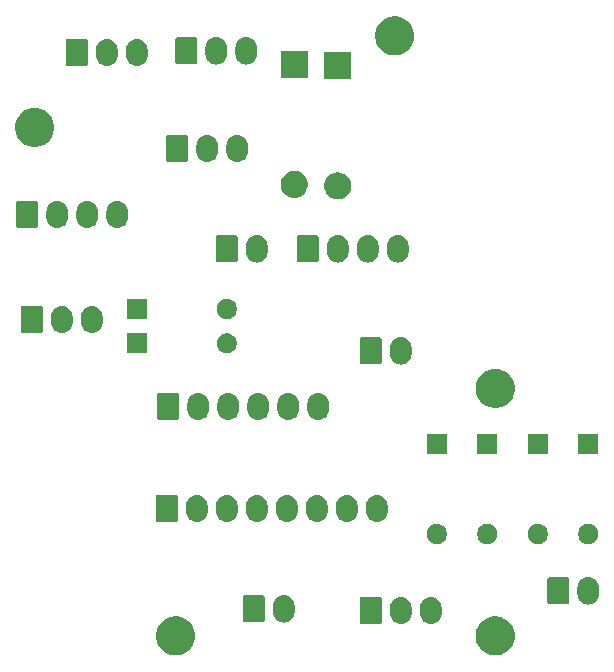
<source format=gbr>
G04 #@! TF.GenerationSoftware,KiCad,Pcbnew,(5.1.5-0-10_14)*
G04 #@! TF.CreationDate,2021-04-18T14:26:12+10:00*
G04 #@! TF.ProjectId,OH - Right Console - 2- Environmental Control System Panel,4f48202d-2052-4696-9768-7420436f6e73,rev?*
G04 #@! TF.SameCoordinates,Original*
G04 #@! TF.FileFunction,Soldermask,Bot*
G04 #@! TF.FilePolarity,Negative*
%FSLAX46Y46*%
G04 Gerber Fmt 4.6, Leading zero omitted, Abs format (unit mm)*
G04 Created by KiCad (PCBNEW (5.1.5-0-10_14)) date 2021-04-18 14:26:12*
%MOMM*%
%LPD*%
G04 APERTURE LIST*
%ADD10C,0.100000*%
G04 APERTURE END LIST*
D10*
G36*
X118231256Y-146981298D02*
G01*
X118337579Y-147002447D01*
X118638042Y-147126903D01*
X118908451Y-147307585D01*
X119138415Y-147537549D01*
X119319097Y-147807958D01*
X119443553Y-148108421D01*
X119507000Y-148427391D01*
X119507000Y-148752609D01*
X119443553Y-149071579D01*
X119319097Y-149372042D01*
X119138415Y-149642451D01*
X118908451Y-149872415D01*
X118638042Y-150053097D01*
X118337579Y-150177553D01*
X118231256Y-150198702D01*
X118018611Y-150241000D01*
X117693389Y-150241000D01*
X117480744Y-150198702D01*
X117374421Y-150177553D01*
X117073958Y-150053097D01*
X116803549Y-149872415D01*
X116573585Y-149642451D01*
X116392903Y-149372042D01*
X116268447Y-149071579D01*
X116205000Y-148752609D01*
X116205000Y-148427391D01*
X116268447Y-148108421D01*
X116392903Y-147807958D01*
X116573585Y-147537549D01*
X116803549Y-147307585D01*
X117073958Y-147126903D01*
X117374421Y-147002447D01*
X117480744Y-146981298D01*
X117693389Y-146939000D01*
X118018611Y-146939000D01*
X118231256Y-146981298D01*
G37*
G36*
X91180256Y-146981298D02*
G01*
X91286579Y-147002447D01*
X91587042Y-147126903D01*
X91857451Y-147307585D01*
X92087415Y-147537549D01*
X92268097Y-147807958D01*
X92392553Y-148108421D01*
X92456000Y-148427391D01*
X92456000Y-148752609D01*
X92392553Y-149071579D01*
X92268097Y-149372042D01*
X92087415Y-149642451D01*
X91857451Y-149872415D01*
X91587042Y-150053097D01*
X91286579Y-150177553D01*
X91180256Y-150198702D01*
X90967611Y-150241000D01*
X90642389Y-150241000D01*
X90429744Y-150198702D01*
X90323421Y-150177553D01*
X90022958Y-150053097D01*
X89752549Y-149872415D01*
X89522585Y-149642451D01*
X89341903Y-149372042D01*
X89217447Y-149071579D01*
X89154000Y-148752609D01*
X89154000Y-148427391D01*
X89217447Y-148108421D01*
X89341903Y-147807958D01*
X89522585Y-147537549D01*
X89752549Y-147307585D01*
X90022958Y-147126903D01*
X90323421Y-147002447D01*
X90429744Y-146981298D01*
X90642389Y-146939000D01*
X90967611Y-146939000D01*
X91180256Y-146981298D01*
G37*
G36*
X112575547Y-145293326D02*
G01*
X112749156Y-145345990D01*
X112749158Y-145345991D01*
X112909155Y-145431511D01*
X113049397Y-145546603D01*
X113128729Y-145643271D01*
X113164489Y-145686844D01*
X113250010Y-145846843D01*
X113302674Y-146020452D01*
X113316000Y-146155756D01*
X113316000Y-146706243D01*
X113302674Y-146841548D01*
X113250010Y-147015157D01*
X113164489Y-147175156D01*
X113128729Y-147218729D01*
X113049397Y-147315397D01*
X112973741Y-147377485D01*
X112909156Y-147430489D01*
X112749157Y-147516010D01*
X112575548Y-147568674D01*
X112395000Y-147586456D01*
X112214453Y-147568674D01*
X112040844Y-147516010D01*
X111880845Y-147430489D01*
X111816260Y-147377485D01*
X111740604Y-147315397D01*
X111625513Y-147175157D01*
X111625512Y-147175155D01*
X111539990Y-147015157D01*
X111487326Y-146841548D01*
X111474818Y-146714546D01*
X111474000Y-146706245D01*
X111474000Y-146155756D01*
X111486508Y-146028756D01*
X111487326Y-146020453D01*
X111539990Y-145846844D01*
X111625511Y-145686845D01*
X111642334Y-145666346D01*
X111740603Y-145546603D01*
X111866388Y-145443375D01*
X111880844Y-145431511D01*
X112040843Y-145345990D01*
X112214452Y-145293326D01*
X112395000Y-145275544D01*
X112575547Y-145293326D01*
G37*
G36*
X110035547Y-145293326D02*
G01*
X110209156Y-145345990D01*
X110209158Y-145345991D01*
X110369155Y-145431511D01*
X110509397Y-145546603D01*
X110588729Y-145643271D01*
X110624489Y-145686844D01*
X110710010Y-145846843D01*
X110762674Y-146020452D01*
X110776000Y-146155756D01*
X110776000Y-146706243D01*
X110762674Y-146841548D01*
X110710010Y-147015157D01*
X110624489Y-147175156D01*
X110588729Y-147218729D01*
X110509397Y-147315397D01*
X110433741Y-147377485D01*
X110369156Y-147430489D01*
X110209157Y-147516010D01*
X110035548Y-147568674D01*
X109855000Y-147586456D01*
X109674453Y-147568674D01*
X109500844Y-147516010D01*
X109340845Y-147430489D01*
X109276260Y-147377485D01*
X109200604Y-147315397D01*
X109085513Y-147175157D01*
X109085512Y-147175155D01*
X108999990Y-147015157D01*
X108947326Y-146841548D01*
X108934818Y-146714546D01*
X108934000Y-146706245D01*
X108934000Y-146155756D01*
X108946508Y-146028756D01*
X108947326Y-146020453D01*
X108999990Y-145846844D01*
X109085511Y-145686845D01*
X109102334Y-145666346D01*
X109200603Y-145546603D01*
X109326388Y-145443375D01*
X109340844Y-145431511D01*
X109500843Y-145345990D01*
X109674452Y-145293326D01*
X109855000Y-145275544D01*
X110035547Y-145293326D01*
G37*
G36*
X108094561Y-145283966D02*
G01*
X108127383Y-145293923D01*
X108157632Y-145310092D01*
X108184148Y-145331852D01*
X108205908Y-145358368D01*
X108222077Y-145388617D01*
X108232034Y-145421439D01*
X108236000Y-145461713D01*
X108236000Y-147400287D01*
X108232034Y-147440561D01*
X108222077Y-147473383D01*
X108205908Y-147503632D01*
X108184148Y-147530148D01*
X108157632Y-147551908D01*
X108127383Y-147568077D01*
X108094561Y-147578034D01*
X108054287Y-147582000D01*
X106575713Y-147582000D01*
X106535439Y-147578034D01*
X106502617Y-147568077D01*
X106472368Y-147551908D01*
X106445852Y-147530148D01*
X106424092Y-147503632D01*
X106407923Y-147473383D01*
X106397966Y-147440561D01*
X106394000Y-147400287D01*
X106394000Y-145461713D01*
X106397966Y-145421439D01*
X106407923Y-145388617D01*
X106424092Y-145358368D01*
X106445852Y-145331852D01*
X106472368Y-145310092D01*
X106502617Y-145293923D01*
X106535439Y-145283966D01*
X106575713Y-145280000D01*
X108054287Y-145280000D01*
X108094561Y-145283966D01*
G37*
G36*
X100129547Y-145166326D02*
G01*
X100303156Y-145218990D01*
X100303158Y-145218991D01*
X100463155Y-145304511D01*
X100603397Y-145419603D01*
X100663650Y-145493023D01*
X100718489Y-145559844D01*
X100804010Y-145719843D01*
X100856674Y-145893452D01*
X100859871Y-145925915D01*
X100869183Y-146020455D01*
X100870000Y-146028756D01*
X100870000Y-146579243D01*
X100856674Y-146714548D01*
X100804010Y-146888157D01*
X100718489Y-147048156D01*
X100682729Y-147091729D01*
X100603397Y-147188397D01*
X100506729Y-147267729D01*
X100463156Y-147303489D01*
X100303157Y-147389010D01*
X100129548Y-147441674D01*
X99949000Y-147459456D01*
X99768453Y-147441674D01*
X99594844Y-147389010D01*
X99434845Y-147303489D01*
X99391272Y-147267729D01*
X99294604Y-147188397D01*
X99179513Y-147048157D01*
X99179512Y-147048155D01*
X99093990Y-146888157D01*
X99041326Y-146714548D01*
X99028000Y-146579244D01*
X99028000Y-146028757D01*
X99041326Y-145893453D01*
X99093990Y-145719844D01*
X99179511Y-145559845D01*
X99179512Y-145559844D01*
X99294603Y-145419603D01*
X99401529Y-145331852D01*
X99434844Y-145304511D01*
X99594843Y-145218990D01*
X99768452Y-145166326D01*
X99949000Y-145148544D01*
X100129547Y-145166326D01*
G37*
G36*
X98188561Y-145156966D02*
G01*
X98221383Y-145166923D01*
X98251632Y-145183092D01*
X98278148Y-145204852D01*
X98299908Y-145231368D01*
X98316077Y-145261617D01*
X98326034Y-145294439D01*
X98330000Y-145334713D01*
X98330000Y-147273287D01*
X98326034Y-147313561D01*
X98316077Y-147346383D01*
X98299908Y-147376632D01*
X98278148Y-147403148D01*
X98251632Y-147424908D01*
X98221383Y-147441077D01*
X98188561Y-147451034D01*
X98148287Y-147455000D01*
X96669713Y-147455000D01*
X96629439Y-147451034D01*
X96596617Y-147441077D01*
X96566368Y-147424908D01*
X96539852Y-147403148D01*
X96518092Y-147376632D01*
X96501923Y-147346383D01*
X96491966Y-147313561D01*
X96488000Y-147273287D01*
X96488000Y-145334713D01*
X96491966Y-145294439D01*
X96501923Y-145261617D01*
X96518092Y-145231368D01*
X96539852Y-145204852D01*
X96566368Y-145183092D01*
X96596617Y-145166923D01*
X96629439Y-145156966D01*
X96669713Y-145153000D01*
X98148287Y-145153000D01*
X98188561Y-145156966D01*
G37*
G36*
X125910547Y-143642326D02*
G01*
X126084156Y-143694990D01*
X126084158Y-143694991D01*
X126244155Y-143780511D01*
X126384397Y-143895603D01*
X126463729Y-143992271D01*
X126499489Y-144035844D01*
X126585010Y-144195843D01*
X126637674Y-144369452D01*
X126651000Y-144504756D01*
X126651000Y-145055243D01*
X126637674Y-145190548D01*
X126585010Y-145364157D01*
X126499489Y-145524156D01*
X126463729Y-145567729D01*
X126384397Y-145664397D01*
X126287729Y-145743729D01*
X126244156Y-145779489D01*
X126084157Y-145865010D01*
X125910548Y-145917674D01*
X125730000Y-145935456D01*
X125549453Y-145917674D01*
X125375844Y-145865010D01*
X125215845Y-145779489D01*
X125172272Y-145743729D01*
X125075604Y-145664397D01*
X124960513Y-145524157D01*
X124960512Y-145524155D01*
X124874990Y-145364157D01*
X124822326Y-145190548D01*
X124809000Y-145055244D01*
X124809000Y-144504757D01*
X124822326Y-144369453D01*
X124874990Y-144195844D01*
X124960511Y-144035845D01*
X124960512Y-144035844D01*
X125075603Y-143895603D01*
X125201388Y-143792375D01*
X125215844Y-143780511D01*
X125375843Y-143694990D01*
X125549452Y-143642326D01*
X125730000Y-143624544D01*
X125910547Y-143642326D01*
G37*
G36*
X123969561Y-143632966D02*
G01*
X124002383Y-143642923D01*
X124032632Y-143659092D01*
X124059148Y-143680852D01*
X124080908Y-143707368D01*
X124097077Y-143737617D01*
X124107034Y-143770439D01*
X124111000Y-143810713D01*
X124111000Y-145749287D01*
X124107034Y-145789561D01*
X124097077Y-145822383D01*
X124080908Y-145852632D01*
X124059148Y-145879148D01*
X124032632Y-145900908D01*
X124002383Y-145917077D01*
X123969561Y-145927034D01*
X123929287Y-145931000D01*
X122450713Y-145931000D01*
X122410439Y-145927034D01*
X122377617Y-145917077D01*
X122347368Y-145900908D01*
X122320852Y-145879148D01*
X122299092Y-145852632D01*
X122282923Y-145822383D01*
X122272966Y-145789561D01*
X122269000Y-145749287D01*
X122269000Y-143810713D01*
X122272966Y-143770439D01*
X122282923Y-143737617D01*
X122299092Y-143707368D01*
X122320852Y-143680852D01*
X122347368Y-143659092D01*
X122377617Y-143642923D01*
X122410439Y-143632966D01*
X122450713Y-143629000D01*
X123929287Y-143629000D01*
X123969561Y-143632966D01*
G37*
G36*
X121702228Y-139135703D02*
G01*
X121857100Y-139199853D01*
X121996481Y-139292985D01*
X122115015Y-139411519D01*
X122208147Y-139550900D01*
X122272297Y-139705772D01*
X122305000Y-139870184D01*
X122305000Y-140037816D01*
X122272297Y-140202228D01*
X122208147Y-140357100D01*
X122115015Y-140496481D01*
X121996481Y-140615015D01*
X121857100Y-140708147D01*
X121702228Y-140772297D01*
X121537816Y-140805000D01*
X121370184Y-140805000D01*
X121205772Y-140772297D01*
X121050900Y-140708147D01*
X120911519Y-140615015D01*
X120792985Y-140496481D01*
X120699853Y-140357100D01*
X120635703Y-140202228D01*
X120603000Y-140037816D01*
X120603000Y-139870184D01*
X120635703Y-139705772D01*
X120699853Y-139550900D01*
X120792985Y-139411519D01*
X120911519Y-139292985D01*
X121050900Y-139199853D01*
X121205772Y-139135703D01*
X121370184Y-139103000D01*
X121537816Y-139103000D01*
X121702228Y-139135703D01*
G37*
G36*
X125978228Y-139135703D02*
G01*
X126133100Y-139199853D01*
X126272481Y-139292985D01*
X126391015Y-139411519D01*
X126484147Y-139550900D01*
X126548297Y-139705772D01*
X126581000Y-139870184D01*
X126581000Y-140037816D01*
X126548297Y-140202228D01*
X126484147Y-140357100D01*
X126391015Y-140496481D01*
X126272481Y-140615015D01*
X126133100Y-140708147D01*
X125978228Y-140772297D01*
X125813816Y-140805000D01*
X125646184Y-140805000D01*
X125481772Y-140772297D01*
X125326900Y-140708147D01*
X125187519Y-140615015D01*
X125068985Y-140496481D01*
X124975853Y-140357100D01*
X124911703Y-140202228D01*
X124879000Y-140037816D01*
X124879000Y-139870184D01*
X124911703Y-139705772D01*
X124975853Y-139550900D01*
X125068985Y-139411519D01*
X125187519Y-139292985D01*
X125326900Y-139199853D01*
X125481772Y-139135703D01*
X125646184Y-139103000D01*
X125813816Y-139103000D01*
X125978228Y-139135703D01*
G37*
G36*
X117427228Y-139135703D02*
G01*
X117582100Y-139199853D01*
X117721481Y-139292985D01*
X117840015Y-139411519D01*
X117933147Y-139550900D01*
X117997297Y-139705772D01*
X118030000Y-139870184D01*
X118030000Y-140037816D01*
X117997297Y-140202228D01*
X117933147Y-140357100D01*
X117840015Y-140496481D01*
X117721481Y-140615015D01*
X117582100Y-140708147D01*
X117427228Y-140772297D01*
X117262816Y-140805000D01*
X117095184Y-140805000D01*
X116930772Y-140772297D01*
X116775900Y-140708147D01*
X116636519Y-140615015D01*
X116517985Y-140496481D01*
X116424853Y-140357100D01*
X116360703Y-140202228D01*
X116328000Y-140037816D01*
X116328000Y-139870184D01*
X116360703Y-139705772D01*
X116424853Y-139550900D01*
X116517985Y-139411519D01*
X116636519Y-139292985D01*
X116775900Y-139199853D01*
X116930772Y-139135703D01*
X117095184Y-139103000D01*
X117262816Y-139103000D01*
X117427228Y-139135703D01*
G37*
G36*
X113151228Y-139135703D02*
G01*
X113306100Y-139199853D01*
X113445481Y-139292985D01*
X113564015Y-139411519D01*
X113657147Y-139550900D01*
X113721297Y-139705772D01*
X113754000Y-139870184D01*
X113754000Y-140037816D01*
X113721297Y-140202228D01*
X113657147Y-140357100D01*
X113564015Y-140496481D01*
X113445481Y-140615015D01*
X113306100Y-140708147D01*
X113151228Y-140772297D01*
X112986816Y-140805000D01*
X112819184Y-140805000D01*
X112654772Y-140772297D01*
X112499900Y-140708147D01*
X112360519Y-140615015D01*
X112241985Y-140496481D01*
X112148853Y-140357100D01*
X112084703Y-140202228D01*
X112052000Y-140037816D01*
X112052000Y-139870184D01*
X112084703Y-139705772D01*
X112148853Y-139550900D01*
X112241985Y-139411519D01*
X112360519Y-139292985D01*
X112499900Y-139199853D01*
X112654772Y-139135703D01*
X112819184Y-139103000D01*
X112986816Y-139103000D01*
X113151228Y-139135703D01*
G37*
G36*
X108003547Y-136657326D02*
G01*
X108177156Y-136709990D01*
X108177158Y-136709991D01*
X108337155Y-136795511D01*
X108477397Y-136910603D01*
X108556729Y-137007271D01*
X108592489Y-137050844D01*
X108678010Y-137210843D01*
X108730674Y-137384452D01*
X108744000Y-137519756D01*
X108744000Y-138070243D01*
X108730674Y-138205548D01*
X108678010Y-138379157D01*
X108592489Y-138539156D01*
X108556729Y-138582729D01*
X108477397Y-138679397D01*
X108380729Y-138758729D01*
X108337156Y-138794489D01*
X108177157Y-138880010D01*
X108003548Y-138932674D01*
X107823000Y-138950456D01*
X107642453Y-138932674D01*
X107468844Y-138880010D01*
X107308845Y-138794489D01*
X107265272Y-138758729D01*
X107168604Y-138679397D01*
X107053513Y-138539157D01*
X107053512Y-138539155D01*
X106967990Y-138379157D01*
X106915326Y-138205548D01*
X106902000Y-138070244D01*
X106902000Y-137519757D01*
X106915326Y-137384453D01*
X106967990Y-137210844D01*
X107053511Y-137050845D01*
X107053512Y-137050844D01*
X107168603Y-136910603D01*
X107294388Y-136807375D01*
X107308844Y-136795511D01*
X107468843Y-136709990D01*
X107642452Y-136657326D01*
X107823000Y-136639544D01*
X108003547Y-136657326D01*
G37*
G36*
X102923547Y-136657326D02*
G01*
X103097156Y-136709990D01*
X103097158Y-136709991D01*
X103257155Y-136795511D01*
X103397397Y-136910603D01*
X103476729Y-137007271D01*
X103512489Y-137050844D01*
X103598010Y-137210843D01*
X103650674Y-137384452D01*
X103664000Y-137519756D01*
X103664000Y-138070243D01*
X103650674Y-138205548D01*
X103598010Y-138379157D01*
X103512489Y-138539156D01*
X103476729Y-138582729D01*
X103397397Y-138679397D01*
X103300729Y-138758729D01*
X103257156Y-138794489D01*
X103097157Y-138880010D01*
X102923548Y-138932674D01*
X102743000Y-138950456D01*
X102562453Y-138932674D01*
X102388844Y-138880010D01*
X102228845Y-138794489D01*
X102185272Y-138758729D01*
X102088604Y-138679397D01*
X101973513Y-138539157D01*
X101973512Y-138539155D01*
X101887990Y-138379157D01*
X101835326Y-138205548D01*
X101822000Y-138070244D01*
X101822000Y-137519757D01*
X101835326Y-137384453D01*
X101887990Y-137210844D01*
X101973511Y-137050845D01*
X101973512Y-137050844D01*
X102088603Y-136910603D01*
X102214388Y-136807375D01*
X102228844Y-136795511D01*
X102388843Y-136709990D01*
X102562452Y-136657326D01*
X102743000Y-136639544D01*
X102923547Y-136657326D01*
G37*
G36*
X105463547Y-136657326D02*
G01*
X105637156Y-136709990D01*
X105637158Y-136709991D01*
X105797155Y-136795511D01*
X105937397Y-136910603D01*
X106016729Y-137007271D01*
X106052489Y-137050844D01*
X106138010Y-137210843D01*
X106190674Y-137384452D01*
X106204000Y-137519756D01*
X106204000Y-138070243D01*
X106190674Y-138205548D01*
X106138010Y-138379157D01*
X106052489Y-138539156D01*
X106016729Y-138582729D01*
X105937397Y-138679397D01*
X105840729Y-138758729D01*
X105797156Y-138794489D01*
X105637157Y-138880010D01*
X105463548Y-138932674D01*
X105283000Y-138950456D01*
X105102453Y-138932674D01*
X104928844Y-138880010D01*
X104768845Y-138794489D01*
X104725272Y-138758729D01*
X104628604Y-138679397D01*
X104513513Y-138539157D01*
X104513512Y-138539155D01*
X104427990Y-138379157D01*
X104375326Y-138205548D01*
X104362000Y-138070244D01*
X104362000Y-137519757D01*
X104375326Y-137384453D01*
X104427990Y-137210844D01*
X104513511Y-137050845D01*
X104513512Y-137050844D01*
X104628603Y-136910603D01*
X104754388Y-136807375D01*
X104768844Y-136795511D01*
X104928843Y-136709990D01*
X105102452Y-136657326D01*
X105283000Y-136639544D01*
X105463547Y-136657326D01*
G37*
G36*
X100383547Y-136657326D02*
G01*
X100557156Y-136709990D01*
X100557158Y-136709991D01*
X100717155Y-136795511D01*
X100857397Y-136910603D01*
X100936729Y-137007271D01*
X100972489Y-137050844D01*
X101058010Y-137210843D01*
X101110674Y-137384452D01*
X101124000Y-137519756D01*
X101124000Y-138070243D01*
X101110674Y-138205548D01*
X101058010Y-138379157D01*
X100972489Y-138539156D01*
X100936729Y-138582729D01*
X100857397Y-138679397D01*
X100760729Y-138758729D01*
X100717156Y-138794489D01*
X100557157Y-138880010D01*
X100383548Y-138932674D01*
X100203000Y-138950456D01*
X100022453Y-138932674D01*
X99848844Y-138880010D01*
X99688845Y-138794489D01*
X99645272Y-138758729D01*
X99548604Y-138679397D01*
X99433513Y-138539157D01*
X99433512Y-138539155D01*
X99347990Y-138379157D01*
X99295326Y-138205548D01*
X99282000Y-138070244D01*
X99282000Y-137519757D01*
X99295326Y-137384453D01*
X99347990Y-137210844D01*
X99433511Y-137050845D01*
X99433512Y-137050844D01*
X99548603Y-136910603D01*
X99674388Y-136807375D01*
X99688844Y-136795511D01*
X99848843Y-136709990D01*
X100022452Y-136657326D01*
X100203000Y-136639544D01*
X100383547Y-136657326D01*
G37*
G36*
X92763547Y-136657326D02*
G01*
X92937156Y-136709990D01*
X92937158Y-136709991D01*
X93097155Y-136795511D01*
X93237397Y-136910603D01*
X93316729Y-137007271D01*
X93352489Y-137050844D01*
X93438010Y-137210843D01*
X93490674Y-137384452D01*
X93504000Y-137519756D01*
X93504000Y-138070243D01*
X93490674Y-138205548D01*
X93438010Y-138379157D01*
X93352489Y-138539156D01*
X93316729Y-138582729D01*
X93237397Y-138679397D01*
X93140729Y-138758729D01*
X93097156Y-138794489D01*
X92937157Y-138880010D01*
X92763548Y-138932674D01*
X92583000Y-138950456D01*
X92402453Y-138932674D01*
X92228844Y-138880010D01*
X92068845Y-138794489D01*
X92025272Y-138758729D01*
X91928604Y-138679397D01*
X91813513Y-138539157D01*
X91813512Y-138539155D01*
X91727990Y-138379157D01*
X91675326Y-138205548D01*
X91662000Y-138070244D01*
X91662000Y-137519757D01*
X91675326Y-137384453D01*
X91727990Y-137210844D01*
X91813511Y-137050845D01*
X91813512Y-137050844D01*
X91928603Y-136910603D01*
X92054388Y-136807375D01*
X92068844Y-136795511D01*
X92228843Y-136709990D01*
X92402452Y-136657326D01*
X92583000Y-136639544D01*
X92763547Y-136657326D01*
G37*
G36*
X95303547Y-136657326D02*
G01*
X95477156Y-136709990D01*
X95477158Y-136709991D01*
X95637155Y-136795511D01*
X95777397Y-136910603D01*
X95856729Y-137007271D01*
X95892489Y-137050844D01*
X95978010Y-137210843D01*
X96030674Y-137384452D01*
X96044000Y-137519756D01*
X96044000Y-138070243D01*
X96030674Y-138205548D01*
X95978010Y-138379157D01*
X95892489Y-138539156D01*
X95856729Y-138582729D01*
X95777397Y-138679397D01*
X95680729Y-138758729D01*
X95637156Y-138794489D01*
X95477157Y-138880010D01*
X95303548Y-138932674D01*
X95123000Y-138950456D01*
X94942453Y-138932674D01*
X94768844Y-138880010D01*
X94608845Y-138794489D01*
X94565272Y-138758729D01*
X94468604Y-138679397D01*
X94353513Y-138539157D01*
X94353512Y-138539155D01*
X94267990Y-138379157D01*
X94215326Y-138205548D01*
X94202000Y-138070244D01*
X94202000Y-137519757D01*
X94215326Y-137384453D01*
X94267990Y-137210844D01*
X94353511Y-137050845D01*
X94353512Y-137050844D01*
X94468603Y-136910603D01*
X94594388Y-136807375D01*
X94608844Y-136795511D01*
X94768843Y-136709990D01*
X94942452Y-136657326D01*
X95123000Y-136639544D01*
X95303547Y-136657326D01*
G37*
G36*
X97843547Y-136657326D02*
G01*
X98017156Y-136709990D01*
X98017158Y-136709991D01*
X98177155Y-136795511D01*
X98317397Y-136910603D01*
X98396729Y-137007271D01*
X98432489Y-137050844D01*
X98518010Y-137210843D01*
X98570674Y-137384452D01*
X98584000Y-137519756D01*
X98584000Y-138070243D01*
X98570674Y-138205548D01*
X98518010Y-138379157D01*
X98432489Y-138539156D01*
X98396729Y-138582729D01*
X98317397Y-138679397D01*
X98220729Y-138758729D01*
X98177156Y-138794489D01*
X98017157Y-138880010D01*
X97843548Y-138932674D01*
X97663000Y-138950456D01*
X97482453Y-138932674D01*
X97308844Y-138880010D01*
X97148845Y-138794489D01*
X97105272Y-138758729D01*
X97008604Y-138679397D01*
X96893513Y-138539157D01*
X96893512Y-138539155D01*
X96807990Y-138379157D01*
X96755326Y-138205548D01*
X96742000Y-138070244D01*
X96742000Y-137519757D01*
X96755326Y-137384453D01*
X96807990Y-137210844D01*
X96893511Y-137050845D01*
X96893512Y-137050844D01*
X97008603Y-136910603D01*
X97134388Y-136807375D01*
X97148844Y-136795511D01*
X97308843Y-136709990D01*
X97482452Y-136657326D01*
X97663000Y-136639544D01*
X97843547Y-136657326D01*
G37*
G36*
X90822561Y-136647966D02*
G01*
X90855383Y-136657923D01*
X90885632Y-136674092D01*
X90912148Y-136695852D01*
X90933908Y-136722368D01*
X90950077Y-136752617D01*
X90960034Y-136785439D01*
X90964000Y-136825713D01*
X90964000Y-138764287D01*
X90960034Y-138804561D01*
X90950077Y-138837383D01*
X90933908Y-138867632D01*
X90912148Y-138894148D01*
X90885632Y-138915908D01*
X90855383Y-138932077D01*
X90822561Y-138942034D01*
X90782287Y-138946000D01*
X89303713Y-138946000D01*
X89263439Y-138942034D01*
X89230617Y-138932077D01*
X89200368Y-138915908D01*
X89173852Y-138894148D01*
X89152092Y-138867632D01*
X89135923Y-138837383D01*
X89125966Y-138804561D01*
X89122000Y-138764287D01*
X89122000Y-136825713D01*
X89125966Y-136785439D01*
X89135923Y-136752617D01*
X89152092Y-136722368D01*
X89173852Y-136695852D01*
X89200368Y-136674092D01*
X89230617Y-136657923D01*
X89263439Y-136647966D01*
X89303713Y-136644000D01*
X90782287Y-136644000D01*
X90822561Y-136647966D01*
G37*
G36*
X113754000Y-133185000D02*
G01*
X112052000Y-133185000D01*
X112052000Y-131483000D01*
X113754000Y-131483000D01*
X113754000Y-133185000D01*
G37*
G36*
X126581000Y-133185000D02*
G01*
X124879000Y-133185000D01*
X124879000Y-131483000D01*
X126581000Y-131483000D01*
X126581000Y-133185000D01*
G37*
G36*
X122305000Y-133185000D02*
G01*
X120603000Y-133185000D01*
X120603000Y-131483000D01*
X122305000Y-131483000D01*
X122305000Y-133185000D01*
G37*
G36*
X118030000Y-133185000D02*
G01*
X116328000Y-133185000D01*
X116328000Y-131483000D01*
X118030000Y-131483000D01*
X118030000Y-133185000D01*
G37*
G36*
X92890547Y-128021326D02*
G01*
X93064156Y-128073990D01*
X93064158Y-128073991D01*
X93224155Y-128159511D01*
X93364397Y-128274603D01*
X93443729Y-128371271D01*
X93479489Y-128414844D01*
X93565010Y-128574843D01*
X93617674Y-128748452D01*
X93631000Y-128883756D01*
X93631000Y-129434243D01*
X93617674Y-129569548D01*
X93565010Y-129743157D01*
X93479489Y-129903156D01*
X93443729Y-129946729D01*
X93364397Y-130043397D01*
X93267729Y-130122729D01*
X93224156Y-130158489D01*
X93064157Y-130244010D01*
X92890548Y-130296674D01*
X92710000Y-130314456D01*
X92529453Y-130296674D01*
X92355844Y-130244010D01*
X92195845Y-130158489D01*
X92152272Y-130122729D01*
X92055604Y-130043397D01*
X91940513Y-129903157D01*
X91940512Y-129903155D01*
X91854990Y-129743157D01*
X91802326Y-129569548D01*
X91789000Y-129434244D01*
X91789000Y-128883757D01*
X91802326Y-128748453D01*
X91854990Y-128574844D01*
X91940511Y-128414845D01*
X91940512Y-128414844D01*
X92055603Y-128274603D01*
X92181388Y-128171375D01*
X92195844Y-128159511D01*
X92355843Y-128073990D01*
X92529452Y-128021326D01*
X92710000Y-128003544D01*
X92890547Y-128021326D01*
G37*
G36*
X95430547Y-128021326D02*
G01*
X95604156Y-128073990D01*
X95604158Y-128073991D01*
X95764155Y-128159511D01*
X95904397Y-128274603D01*
X95983729Y-128371271D01*
X96019489Y-128414844D01*
X96105010Y-128574843D01*
X96157674Y-128748452D01*
X96171000Y-128883756D01*
X96171000Y-129434243D01*
X96157674Y-129569548D01*
X96105010Y-129743157D01*
X96019489Y-129903156D01*
X95983729Y-129946729D01*
X95904397Y-130043397D01*
X95807729Y-130122729D01*
X95764156Y-130158489D01*
X95604157Y-130244010D01*
X95430548Y-130296674D01*
X95250000Y-130314456D01*
X95069453Y-130296674D01*
X94895844Y-130244010D01*
X94735845Y-130158489D01*
X94692272Y-130122729D01*
X94595604Y-130043397D01*
X94480513Y-129903157D01*
X94480512Y-129903155D01*
X94394990Y-129743157D01*
X94342326Y-129569548D01*
X94329000Y-129434244D01*
X94329000Y-128883757D01*
X94342326Y-128748453D01*
X94394990Y-128574844D01*
X94480511Y-128414845D01*
X94480512Y-128414844D01*
X94595603Y-128274603D01*
X94721388Y-128171375D01*
X94735844Y-128159511D01*
X94895843Y-128073990D01*
X95069452Y-128021326D01*
X95250000Y-128003544D01*
X95430547Y-128021326D01*
G37*
G36*
X97970547Y-128021326D02*
G01*
X98144156Y-128073990D01*
X98144158Y-128073991D01*
X98304155Y-128159511D01*
X98444397Y-128274603D01*
X98523729Y-128371271D01*
X98559489Y-128414844D01*
X98645010Y-128574843D01*
X98697674Y-128748452D01*
X98711000Y-128883756D01*
X98711000Y-129434243D01*
X98697674Y-129569548D01*
X98645010Y-129743157D01*
X98559489Y-129903156D01*
X98523729Y-129946729D01*
X98444397Y-130043397D01*
X98347729Y-130122729D01*
X98304156Y-130158489D01*
X98144157Y-130244010D01*
X97970548Y-130296674D01*
X97790000Y-130314456D01*
X97609453Y-130296674D01*
X97435844Y-130244010D01*
X97275845Y-130158489D01*
X97232272Y-130122729D01*
X97135604Y-130043397D01*
X97020513Y-129903157D01*
X97020512Y-129903155D01*
X96934990Y-129743157D01*
X96882326Y-129569548D01*
X96869000Y-129434244D01*
X96869000Y-128883757D01*
X96882326Y-128748453D01*
X96934990Y-128574844D01*
X97020511Y-128414845D01*
X97020512Y-128414844D01*
X97135603Y-128274603D01*
X97261388Y-128171375D01*
X97275844Y-128159511D01*
X97435843Y-128073990D01*
X97609452Y-128021326D01*
X97790000Y-128003544D01*
X97970547Y-128021326D01*
G37*
G36*
X100510547Y-128021326D02*
G01*
X100684156Y-128073990D01*
X100684158Y-128073991D01*
X100844155Y-128159511D01*
X100984397Y-128274603D01*
X101063729Y-128371271D01*
X101099489Y-128414844D01*
X101185010Y-128574843D01*
X101237674Y-128748452D01*
X101251000Y-128883756D01*
X101251000Y-129434243D01*
X101237674Y-129569548D01*
X101185010Y-129743157D01*
X101099489Y-129903156D01*
X101063729Y-129946729D01*
X100984397Y-130043397D01*
X100887729Y-130122729D01*
X100844156Y-130158489D01*
X100684157Y-130244010D01*
X100510548Y-130296674D01*
X100330000Y-130314456D01*
X100149453Y-130296674D01*
X99975844Y-130244010D01*
X99815845Y-130158489D01*
X99772272Y-130122729D01*
X99675604Y-130043397D01*
X99560513Y-129903157D01*
X99560512Y-129903155D01*
X99474990Y-129743157D01*
X99422326Y-129569548D01*
X99409000Y-129434244D01*
X99409000Y-128883757D01*
X99422326Y-128748453D01*
X99474990Y-128574844D01*
X99560511Y-128414845D01*
X99560512Y-128414844D01*
X99675603Y-128274603D01*
X99801388Y-128171375D01*
X99815844Y-128159511D01*
X99975843Y-128073990D01*
X100149452Y-128021326D01*
X100330000Y-128003544D01*
X100510547Y-128021326D01*
G37*
G36*
X103050547Y-128021326D02*
G01*
X103224156Y-128073990D01*
X103224158Y-128073991D01*
X103384155Y-128159511D01*
X103524397Y-128274603D01*
X103603729Y-128371271D01*
X103639489Y-128414844D01*
X103725010Y-128574843D01*
X103777674Y-128748452D01*
X103791000Y-128883756D01*
X103791000Y-129434243D01*
X103777674Y-129569548D01*
X103725010Y-129743157D01*
X103639489Y-129903156D01*
X103603729Y-129946729D01*
X103524397Y-130043397D01*
X103427729Y-130122729D01*
X103384156Y-130158489D01*
X103224157Y-130244010D01*
X103050548Y-130296674D01*
X102870000Y-130314456D01*
X102689453Y-130296674D01*
X102515844Y-130244010D01*
X102355845Y-130158489D01*
X102312272Y-130122729D01*
X102215604Y-130043397D01*
X102100513Y-129903157D01*
X102100512Y-129903155D01*
X102014990Y-129743157D01*
X101962326Y-129569548D01*
X101949000Y-129434244D01*
X101949000Y-128883757D01*
X101962326Y-128748453D01*
X102014990Y-128574844D01*
X102100511Y-128414845D01*
X102100512Y-128414844D01*
X102215603Y-128274603D01*
X102341388Y-128171375D01*
X102355844Y-128159511D01*
X102515843Y-128073990D01*
X102689452Y-128021326D01*
X102870000Y-128003544D01*
X103050547Y-128021326D01*
G37*
G36*
X90949561Y-128011966D02*
G01*
X90982383Y-128021923D01*
X91012632Y-128038092D01*
X91039148Y-128059852D01*
X91060908Y-128086368D01*
X91077077Y-128116617D01*
X91087034Y-128149439D01*
X91091000Y-128189713D01*
X91091000Y-130128287D01*
X91087034Y-130168561D01*
X91077077Y-130201383D01*
X91060908Y-130231632D01*
X91039148Y-130258148D01*
X91012632Y-130279908D01*
X90982383Y-130296077D01*
X90949561Y-130306034D01*
X90909287Y-130310000D01*
X89430713Y-130310000D01*
X89390439Y-130306034D01*
X89357617Y-130296077D01*
X89327368Y-130279908D01*
X89300852Y-130258148D01*
X89279092Y-130231632D01*
X89262923Y-130201383D01*
X89252966Y-130168561D01*
X89249000Y-130128287D01*
X89249000Y-128189713D01*
X89252966Y-128149439D01*
X89262923Y-128116617D01*
X89279092Y-128086368D01*
X89300852Y-128059852D01*
X89327368Y-128038092D01*
X89357617Y-128021923D01*
X89390439Y-128011966D01*
X89430713Y-128008000D01*
X90909287Y-128008000D01*
X90949561Y-128011966D01*
G37*
G36*
X118231256Y-126026298D02*
G01*
X118337579Y-126047447D01*
X118638042Y-126171903D01*
X118908451Y-126352585D01*
X119138415Y-126582549D01*
X119319097Y-126852958D01*
X119443553Y-127153421D01*
X119507000Y-127472391D01*
X119507000Y-127797609D01*
X119443553Y-128116579D01*
X119378097Y-128274603D01*
X119320008Y-128414844D01*
X119319097Y-128417042D01*
X119138415Y-128687451D01*
X118908451Y-128917415D01*
X118638042Y-129098097D01*
X118337579Y-129222553D01*
X118231256Y-129243702D01*
X118018611Y-129286000D01*
X117693389Y-129286000D01*
X117480744Y-129243702D01*
X117374421Y-129222553D01*
X117073958Y-129098097D01*
X116803549Y-128917415D01*
X116573585Y-128687451D01*
X116392903Y-128417042D01*
X116391993Y-128414844D01*
X116333903Y-128274603D01*
X116268447Y-128116579D01*
X116205000Y-127797609D01*
X116205000Y-127472391D01*
X116268447Y-127153421D01*
X116392903Y-126852958D01*
X116573585Y-126582549D01*
X116803549Y-126352585D01*
X117073958Y-126171903D01*
X117374421Y-126047447D01*
X117480744Y-126026298D01*
X117693389Y-125984000D01*
X118018611Y-125984000D01*
X118231256Y-126026298D01*
G37*
G36*
X110035547Y-123322326D02*
G01*
X110209156Y-123374990D01*
X110209158Y-123374991D01*
X110369155Y-123460511D01*
X110509397Y-123575603D01*
X110588729Y-123672271D01*
X110624489Y-123715844D01*
X110710010Y-123875843D01*
X110762674Y-124049452D01*
X110776000Y-124184756D01*
X110776000Y-124735243D01*
X110762674Y-124870548D01*
X110710010Y-125044157D01*
X110624489Y-125204156D01*
X110588729Y-125247729D01*
X110509397Y-125344397D01*
X110412729Y-125423729D01*
X110369156Y-125459489D01*
X110209157Y-125545010D01*
X110035548Y-125597674D01*
X109855000Y-125615456D01*
X109674453Y-125597674D01*
X109500844Y-125545010D01*
X109340845Y-125459489D01*
X109297272Y-125423729D01*
X109200604Y-125344397D01*
X109085513Y-125204157D01*
X109085512Y-125204155D01*
X108999990Y-125044157D01*
X108947326Y-124870548D01*
X108934000Y-124735244D01*
X108934000Y-124184757D01*
X108947326Y-124049453D01*
X108999990Y-123875844D01*
X109085511Y-123715845D01*
X109085512Y-123715844D01*
X109200603Y-123575603D01*
X109326388Y-123472375D01*
X109340844Y-123460511D01*
X109500843Y-123374990D01*
X109674452Y-123322326D01*
X109855000Y-123304544D01*
X110035547Y-123322326D01*
G37*
G36*
X108094561Y-123312966D02*
G01*
X108127383Y-123322923D01*
X108157632Y-123339092D01*
X108184148Y-123360852D01*
X108205908Y-123387368D01*
X108222077Y-123417617D01*
X108232034Y-123450439D01*
X108236000Y-123490713D01*
X108236000Y-125429287D01*
X108232034Y-125469561D01*
X108222077Y-125502383D01*
X108205908Y-125532632D01*
X108184148Y-125559148D01*
X108157632Y-125580908D01*
X108127383Y-125597077D01*
X108094561Y-125607034D01*
X108054287Y-125611000D01*
X106575713Y-125611000D01*
X106535439Y-125607034D01*
X106502617Y-125597077D01*
X106472368Y-125580908D01*
X106445852Y-125559148D01*
X106424092Y-125532632D01*
X106407923Y-125502383D01*
X106397966Y-125469561D01*
X106394000Y-125429287D01*
X106394000Y-123490713D01*
X106397966Y-123450439D01*
X106407923Y-123417617D01*
X106424092Y-123387368D01*
X106445852Y-123360852D01*
X106472368Y-123339092D01*
X106502617Y-123322923D01*
X106535439Y-123312966D01*
X106575713Y-123309000D01*
X108054287Y-123309000D01*
X108094561Y-123312966D01*
G37*
G36*
X95371228Y-123006703D02*
G01*
X95526100Y-123070853D01*
X95665481Y-123163985D01*
X95784015Y-123282519D01*
X95877147Y-123421900D01*
X95941297Y-123576772D01*
X95974000Y-123741184D01*
X95974000Y-123908816D01*
X95941297Y-124073228D01*
X95877147Y-124228100D01*
X95784015Y-124367481D01*
X95665481Y-124486015D01*
X95526100Y-124579147D01*
X95371228Y-124643297D01*
X95206816Y-124676000D01*
X95039184Y-124676000D01*
X94874772Y-124643297D01*
X94719900Y-124579147D01*
X94580519Y-124486015D01*
X94461985Y-124367481D01*
X94368853Y-124228100D01*
X94304703Y-124073228D01*
X94272000Y-123908816D01*
X94272000Y-123741184D01*
X94304703Y-123576772D01*
X94368853Y-123421900D01*
X94461985Y-123282519D01*
X94580519Y-123163985D01*
X94719900Y-123070853D01*
X94874772Y-123006703D01*
X95039184Y-122974000D01*
X95206816Y-122974000D01*
X95371228Y-123006703D01*
G37*
G36*
X88354000Y-124676000D02*
G01*
X86652000Y-124676000D01*
X86652000Y-122974000D01*
X88354000Y-122974000D01*
X88354000Y-124676000D01*
G37*
G36*
X81333547Y-120655326D02*
G01*
X81507156Y-120707990D01*
X81507158Y-120707991D01*
X81667155Y-120793511D01*
X81807397Y-120908603D01*
X81886729Y-121005271D01*
X81922489Y-121048844D01*
X82008010Y-121208843D01*
X82060674Y-121382452D01*
X82074000Y-121517756D01*
X82074000Y-122068243D01*
X82060674Y-122203548D01*
X82008010Y-122377157D01*
X81922489Y-122537156D01*
X81886729Y-122580729D01*
X81807397Y-122677397D01*
X81710729Y-122756729D01*
X81667156Y-122792489D01*
X81507157Y-122878010D01*
X81333548Y-122930674D01*
X81153000Y-122948456D01*
X80972453Y-122930674D01*
X80798844Y-122878010D01*
X80638845Y-122792489D01*
X80595272Y-122756729D01*
X80498604Y-122677397D01*
X80383513Y-122537157D01*
X80383512Y-122537155D01*
X80297990Y-122377157D01*
X80245326Y-122203548D01*
X80232000Y-122068244D01*
X80232000Y-121517757D01*
X80245326Y-121382453D01*
X80297990Y-121208844D01*
X80383511Y-121048845D01*
X80383512Y-121048844D01*
X80498603Y-120908603D01*
X80624388Y-120805375D01*
X80638844Y-120793511D01*
X80798843Y-120707990D01*
X80972452Y-120655326D01*
X81153000Y-120637544D01*
X81333547Y-120655326D01*
G37*
G36*
X83873547Y-120655326D02*
G01*
X84047156Y-120707990D01*
X84047158Y-120707991D01*
X84207155Y-120793511D01*
X84347397Y-120908603D01*
X84426729Y-121005271D01*
X84462489Y-121048844D01*
X84548010Y-121208843D01*
X84600674Y-121382452D01*
X84614000Y-121517756D01*
X84614000Y-122068243D01*
X84600674Y-122203548D01*
X84548010Y-122377157D01*
X84462489Y-122537156D01*
X84426729Y-122580729D01*
X84347397Y-122677397D01*
X84250729Y-122756729D01*
X84207156Y-122792489D01*
X84047157Y-122878010D01*
X83873548Y-122930674D01*
X83693000Y-122948456D01*
X83512453Y-122930674D01*
X83338844Y-122878010D01*
X83178845Y-122792489D01*
X83135272Y-122756729D01*
X83038604Y-122677397D01*
X82923513Y-122537157D01*
X82923512Y-122537155D01*
X82837990Y-122377157D01*
X82785326Y-122203548D01*
X82772000Y-122068244D01*
X82772000Y-121517757D01*
X82785326Y-121382453D01*
X82837990Y-121208844D01*
X82923511Y-121048845D01*
X82923512Y-121048844D01*
X83038603Y-120908603D01*
X83164388Y-120805375D01*
X83178844Y-120793511D01*
X83338843Y-120707990D01*
X83512452Y-120655326D01*
X83693000Y-120637544D01*
X83873547Y-120655326D01*
G37*
G36*
X79392561Y-120645966D02*
G01*
X79425383Y-120655923D01*
X79455632Y-120672092D01*
X79482148Y-120693852D01*
X79503908Y-120720368D01*
X79520077Y-120750617D01*
X79530034Y-120783439D01*
X79534000Y-120823713D01*
X79534000Y-122762287D01*
X79530034Y-122802561D01*
X79520077Y-122835383D01*
X79503908Y-122865632D01*
X79482148Y-122892148D01*
X79455632Y-122913908D01*
X79425383Y-122930077D01*
X79392561Y-122940034D01*
X79352287Y-122944000D01*
X77873713Y-122944000D01*
X77833439Y-122940034D01*
X77800617Y-122930077D01*
X77770368Y-122913908D01*
X77743852Y-122892148D01*
X77722092Y-122865632D01*
X77705923Y-122835383D01*
X77695966Y-122802561D01*
X77692000Y-122762287D01*
X77692000Y-120823713D01*
X77695966Y-120783439D01*
X77705923Y-120750617D01*
X77722092Y-120720368D01*
X77743852Y-120693852D01*
X77770368Y-120672092D01*
X77800617Y-120655923D01*
X77833439Y-120645966D01*
X77873713Y-120642000D01*
X79352287Y-120642000D01*
X79392561Y-120645966D01*
G37*
G36*
X95371228Y-120085703D02*
G01*
X95526100Y-120149853D01*
X95665481Y-120242985D01*
X95784015Y-120361519D01*
X95877147Y-120500900D01*
X95941297Y-120655772D01*
X95974000Y-120820184D01*
X95974000Y-120987816D01*
X95941297Y-121152228D01*
X95877147Y-121307100D01*
X95784015Y-121446481D01*
X95665481Y-121565015D01*
X95526100Y-121658147D01*
X95371228Y-121722297D01*
X95206816Y-121755000D01*
X95039184Y-121755000D01*
X94874772Y-121722297D01*
X94719900Y-121658147D01*
X94580519Y-121565015D01*
X94461985Y-121446481D01*
X94368853Y-121307100D01*
X94304703Y-121152228D01*
X94272000Y-120987816D01*
X94272000Y-120820184D01*
X94304703Y-120655772D01*
X94368853Y-120500900D01*
X94461985Y-120361519D01*
X94580519Y-120242985D01*
X94719900Y-120149853D01*
X94874772Y-120085703D01*
X95039184Y-120053000D01*
X95206816Y-120053000D01*
X95371228Y-120085703D01*
G37*
G36*
X88354000Y-121755000D02*
G01*
X86652000Y-121755000D01*
X86652000Y-120053000D01*
X88354000Y-120053000D01*
X88354000Y-121755000D01*
G37*
G36*
X107241547Y-114686326D02*
G01*
X107415156Y-114738990D01*
X107415158Y-114738991D01*
X107575155Y-114824511D01*
X107715397Y-114939603D01*
X107794729Y-115036271D01*
X107830489Y-115079844D01*
X107916010Y-115239843D01*
X107968674Y-115413452D01*
X107982000Y-115548756D01*
X107982000Y-116099243D01*
X107968674Y-116234548D01*
X107916010Y-116408157D01*
X107830489Y-116568156D01*
X107794729Y-116611729D01*
X107715397Y-116708397D01*
X107618729Y-116787729D01*
X107575156Y-116823489D01*
X107415157Y-116909010D01*
X107241548Y-116961674D01*
X107061000Y-116979456D01*
X106880453Y-116961674D01*
X106706844Y-116909010D01*
X106546845Y-116823489D01*
X106503272Y-116787729D01*
X106406604Y-116708397D01*
X106291513Y-116568157D01*
X106291512Y-116568155D01*
X106205990Y-116408157D01*
X106153326Y-116234548D01*
X106140000Y-116099244D01*
X106140000Y-115548757D01*
X106153326Y-115413453D01*
X106205990Y-115239844D01*
X106291511Y-115079845D01*
X106291512Y-115079844D01*
X106406603Y-114939603D01*
X106532388Y-114836375D01*
X106546844Y-114824511D01*
X106706843Y-114738990D01*
X106880452Y-114686326D01*
X107061000Y-114668544D01*
X107241547Y-114686326D01*
G37*
G36*
X97843547Y-114686326D02*
G01*
X98017156Y-114738990D01*
X98017158Y-114738991D01*
X98177155Y-114824511D01*
X98317397Y-114939603D01*
X98396729Y-115036271D01*
X98432489Y-115079844D01*
X98518010Y-115239843D01*
X98570674Y-115413452D01*
X98584000Y-115548756D01*
X98584000Y-116099243D01*
X98570674Y-116234548D01*
X98518010Y-116408157D01*
X98432489Y-116568156D01*
X98396729Y-116611729D01*
X98317397Y-116708397D01*
X98220729Y-116787729D01*
X98177156Y-116823489D01*
X98017157Y-116909010D01*
X97843548Y-116961674D01*
X97663000Y-116979456D01*
X97482453Y-116961674D01*
X97308844Y-116909010D01*
X97148845Y-116823489D01*
X97105272Y-116787729D01*
X97008604Y-116708397D01*
X96893513Y-116568157D01*
X96893512Y-116568155D01*
X96807990Y-116408157D01*
X96755326Y-116234548D01*
X96742000Y-116099244D01*
X96742000Y-115548757D01*
X96755326Y-115413453D01*
X96807990Y-115239844D01*
X96893511Y-115079845D01*
X96893512Y-115079844D01*
X97008603Y-114939603D01*
X97134388Y-114836375D01*
X97148844Y-114824511D01*
X97308843Y-114738990D01*
X97482452Y-114686326D01*
X97663000Y-114668544D01*
X97843547Y-114686326D01*
G37*
G36*
X109781547Y-114686326D02*
G01*
X109955156Y-114738990D01*
X109955158Y-114738991D01*
X110115155Y-114824511D01*
X110255397Y-114939603D01*
X110334729Y-115036271D01*
X110370489Y-115079844D01*
X110456010Y-115239843D01*
X110508674Y-115413452D01*
X110522000Y-115548756D01*
X110522000Y-116099243D01*
X110508674Y-116234548D01*
X110456010Y-116408157D01*
X110370489Y-116568156D01*
X110334729Y-116611729D01*
X110255397Y-116708397D01*
X110158729Y-116787729D01*
X110115156Y-116823489D01*
X109955157Y-116909010D01*
X109781548Y-116961674D01*
X109601000Y-116979456D01*
X109420453Y-116961674D01*
X109246844Y-116909010D01*
X109086845Y-116823489D01*
X109043272Y-116787729D01*
X108946604Y-116708397D01*
X108831513Y-116568157D01*
X108831512Y-116568155D01*
X108745990Y-116408157D01*
X108693326Y-116234548D01*
X108680000Y-116099244D01*
X108680000Y-115548757D01*
X108693326Y-115413453D01*
X108745990Y-115239844D01*
X108831511Y-115079845D01*
X108831512Y-115079844D01*
X108946603Y-114939603D01*
X109072388Y-114836375D01*
X109086844Y-114824511D01*
X109246843Y-114738990D01*
X109420452Y-114686326D01*
X109601000Y-114668544D01*
X109781547Y-114686326D01*
G37*
G36*
X104701547Y-114686326D02*
G01*
X104875156Y-114738990D01*
X104875158Y-114738991D01*
X105035155Y-114824511D01*
X105175397Y-114939603D01*
X105254729Y-115036271D01*
X105290489Y-115079844D01*
X105376010Y-115239843D01*
X105428674Y-115413452D01*
X105442000Y-115548756D01*
X105442000Y-116099243D01*
X105428674Y-116234548D01*
X105376010Y-116408157D01*
X105290489Y-116568156D01*
X105254729Y-116611729D01*
X105175397Y-116708397D01*
X105078729Y-116787729D01*
X105035156Y-116823489D01*
X104875157Y-116909010D01*
X104701548Y-116961674D01*
X104521000Y-116979456D01*
X104340453Y-116961674D01*
X104166844Y-116909010D01*
X104006845Y-116823489D01*
X103963272Y-116787729D01*
X103866604Y-116708397D01*
X103751513Y-116568157D01*
X103751512Y-116568155D01*
X103665990Y-116408157D01*
X103613326Y-116234548D01*
X103600000Y-116099244D01*
X103600000Y-115548757D01*
X103613326Y-115413453D01*
X103665990Y-115239844D01*
X103751511Y-115079845D01*
X103751512Y-115079844D01*
X103866603Y-114939603D01*
X103992388Y-114836375D01*
X104006844Y-114824511D01*
X104166843Y-114738990D01*
X104340452Y-114686326D01*
X104521000Y-114668544D01*
X104701547Y-114686326D01*
G37*
G36*
X102760561Y-114676966D02*
G01*
X102793383Y-114686923D01*
X102823632Y-114703092D01*
X102850148Y-114724852D01*
X102871908Y-114751368D01*
X102888077Y-114781617D01*
X102898034Y-114814439D01*
X102902000Y-114854713D01*
X102902000Y-116793287D01*
X102898034Y-116833561D01*
X102888077Y-116866383D01*
X102871908Y-116896632D01*
X102850148Y-116923148D01*
X102823632Y-116944908D01*
X102793383Y-116961077D01*
X102760561Y-116971034D01*
X102720287Y-116975000D01*
X101241713Y-116975000D01*
X101201439Y-116971034D01*
X101168617Y-116961077D01*
X101138368Y-116944908D01*
X101111852Y-116923148D01*
X101090092Y-116896632D01*
X101073923Y-116866383D01*
X101063966Y-116833561D01*
X101060000Y-116793287D01*
X101060000Y-114854713D01*
X101063966Y-114814439D01*
X101073923Y-114781617D01*
X101090092Y-114751368D01*
X101111852Y-114724852D01*
X101138368Y-114703092D01*
X101168617Y-114686923D01*
X101201439Y-114676966D01*
X101241713Y-114673000D01*
X102720287Y-114673000D01*
X102760561Y-114676966D01*
G37*
G36*
X95902561Y-114676966D02*
G01*
X95935383Y-114686923D01*
X95965632Y-114703092D01*
X95992148Y-114724852D01*
X96013908Y-114751368D01*
X96030077Y-114781617D01*
X96040034Y-114814439D01*
X96044000Y-114854713D01*
X96044000Y-116793287D01*
X96040034Y-116833561D01*
X96030077Y-116866383D01*
X96013908Y-116896632D01*
X95992148Y-116923148D01*
X95965632Y-116944908D01*
X95935383Y-116961077D01*
X95902561Y-116971034D01*
X95862287Y-116975000D01*
X94383713Y-116975000D01*
X94343439Y-116971034D01*
X94310617Y-116961077D01*
X94280368Y-116944908D01*
X94253852Y-116923148D01*
X94232092Y-116896632D01*
X94215923Y-116866383D01*
X94205966Y-116833561D01*
X94202000Y-116793287D01*
X94202000Y-114854713D01*
X94205966Y-114814439D01*
X94215923Y-114781617D01*
X94232092Y-114751368D01*
X94253852Y-114724852D01*
X94280368Y-114703092D01*
X94310617Y-114686923D01*
X94343439Y-114676966D01*
X94383713Y-114673000D01*
X95862287Y-114673000D01*
X95902561Y-114676966D01*
G37*
G36*
X80952547Y-111765326D02*
G01*
X81126156Y-111817990D01*
X81126158Y-111817991D01*
X81286155Y-111903511D01*
X81426397Y-112018603D01*
X81505729Y-112115271D01*
X81541489Y-112158844D01*
X81627010Y-112318843D01*
X81679674Y-112492452D01*
X81693000Y-112627756D01*
X81693000Y-113178243D01*
X81679674Y-113313548D01*
X81627010Y-113487157D01*
X81541489Y-113647156D01*
X81505729Y-113690729D01*
X81426397Y-113787397D01*
X81329729Y-113866729D01*
X81286156Y-113902489D01*
X81126157Y-113988010D01*
X80952548Y-114040674D01*
X80772000Y-114058456D01*
X80591453Y-114040674D01*
X80417844Y-113988010D01*
X80257845Y-113902489D01*
X80214272Y-113866729D01*
X80117604Y-113787397D01*
X80002513Y-113647157D01*
X80002512Y-113647155D01*
X79916990Y-113487157D01*
X79864326Y-113313548D01*
X79851000Y-113178244D01*
X79851000Y-112627757D01*
X79864326Y-112492453D01*
X79916990Y-112318844D01*
X80002511Y-112158845D01*
X80002512Y-112158844D01*
X80117603Y-112018603D01*
X80243388Y-111915375D01*
X80257844Y-111903511D01*
X80417843Y-111817990D01*
X80591452Y-111765326D01*
X80772000Y-111747544D01*
X80952547Y-111765326D01*
G37*
G36*
X83492547Y-111765326D02*
G01*
X83666156Y-111817990D01*
X83666158Y-111817991D01*
X83826155Y-111903511D01*
X83966397Y-112018603D01*
X84045729Y-112115271D01*
X84081489Y-112158844D01*
X84167010Y-112318843D01*
X84219674Y-112492452D01*
X84233000Y-112627756D01*
X84233000Y-113178243D01*
X84219674Y-113313548D01*
X84167010Y-113487157D01*
X84081489Y-113647156D01*
X84045729Y-113690729D01*
X83966397Y-113787397D01*
X83869729Y-113866729D01*
X83826156Y-113902489D01*
X83666157Y-113988010D01*
X83492548Y-114040674D01*
X83312000Y-114058456D01*
X83131453Y-114040674D01*
X82957844Y-113988010D01*
X82797845Y-113902489D01*
X82754272Y-113866729D01*
X82657604Y-113787397D01*
X82542513Y-113647157D01*
X82542512Y-113647155D01*
X82456990Y-113487157D01*
X82404326Y-113313548D01*
X82391000Y-113178244D01*
X82391000Y-112627757D01*
X82404326Y-112492453D01*
X82456990Y-112318844D01*
X82542511Y-112158845D01*
X82542512Y-112158844D01*
X82657603Y-112018603D01*
X82783388Y-111915375D01*
X82797844Y-111903511D01*
X82957843Y-111817990D01*
X83131452Y-111765326D01*
X83312000Y-111747544D01*
X83492547Y-111765326D01*
G37*
G36*
X86032547Y-111765326D02*
G01*
X86206156Y-111817990D01*
X86206158Y-111817991D01*
X86366155Y-111903511D01*
X86506397Y-112018603D01*
X86585729Y-112115271D01*
X86621489Y-112158844D01*
X86707010Y-112318843D01*
X86759674Y-112492452D01*
X86773000Y-112627756D01*
X86773000Y-113178243D01*
X86759674Y-113313548D01*
X86707010Y-113487157D01*
X86621489Y-113647156D01*
X86585729Y-113690729D01*
X86506397Y-113787397D01*
X86409729Y-113866729D01*
X86366156Y-113902489D01*
X86206157Y-113988010D01*
X86032548Y-114040674D01*
X85852000Y-114058456D01*
X85671453Y-114040674D01*
X85497844Y-113988010D01*
X85337845Y-113902489D01*
X85294272Y-113866729D01*
X85197604Y-113787397D01*
X85082513Y-113647157D01*
X85082512Y-113647155D01*
X84996990Y-113487157D01*
X84944326Y-113313548D01*
X84931000Y-113178244D01*
X84931000Y-112627757D01*
X84944326Y-112492453D01*
X84996990Y-112318844D01*
X85082511Y-112158845D01*
X85082512Y-112158844D01*
X85197603Y-112018603D01*
X85323388Y-111915375D01*
X85337844Y-111903511D01*
X85497843Y-111817990D01*
X85671452Y-111765326D01*
X85852000Y-111747544D01*
X86032547Y-111765326D01*
G37*
G36*
X79011561Y-111755966D02*
G01*
X79044383Y-111765923D01*
X79074632Y-111782092D01*
X79101148Y-111803852D01*
X79122908Y-111830368D01*
X79139077Y-111860617D01*
X79149034Y-111893439D01*
X79153000Y-111933713D01*
X79153000Y-113872287D01*
X79149034Y-113912561D01*
X79139077Y-113945383D01*
X79122908Y-113975632D01*
X79101148Y-114002148D01*
X79074632Y-114023908D01*
X79044383Y-114040077D01*
X79011561Y-114050034D01*
X78971287Y-114054000D01*
X77492713Y-114054000D01*
X77452439Y-114050034D01*
X77419617Y-114040077D01*
X77389368Y-114023908D01*
X77362852Y-114002148D01*
X77341092Y-113975632D01*
X77324923Y-113945383D01*
X77314966Y-113912561D01*
X77311000Y-113872287D01*
X77311000Y-111933713D01*
X77314966Y-111893439D01*
X77324923Y-111860617D01*
X77341092Y-111830368D01*
X77362852Y-111803852D01*
X77389368Y-111782092D01*
X77419617Y-111765923D01*
X77452439Y-111755966D01*
X77492713Y-111752000D01*
X78971287Y-111752000D01*
X79011561Y-111755966D01*
G37*
G36*
X104745549Y-109361116D02*
G01*
X104856734Y-109383232D01*
X105004850Y-109444584D01*
X105063700Y-109468960D01*
X105066203Y-109469997D01*
X105254720Y-109595960D01*
X105415040Y-109756280D01*
X105541003Y-109944797D01*
X105627768Y-110154266D01*
X105672000Y-110376636D01*
X105672000Y-110603364D01*
X105627768Y-110825734D01*
X105541003Y-111035203D01*
X105415040Y-111223720D01*
X105254720Y-111384040D01*
X105066203Y-111510003D01*
X105066202Y-111510004D01*
X105066201Y-111510004D01*
X105004850Y-111535416D01*
X104856734Y-111596768D01*
X104745549Y-111618884D01*
X104634365Y-111641000D01*
X104407635Y-111641000D01*
X104296451Y-111618884D01*
X104185266Y-111596768D01*
X104037150Y-111535416D01*
X103975799Y-111510004D01*
X103975798Y-111510004D01*
X103975797Y-111510003D01*
X103787280Y-111384040D01*
X103626960Y-111223720D01*
X103500997Y-111035203D01*
X103414232Y-110825734D01*
X103370000Y-110603364D01*
X103370000Y-110376636D01*
X103414232Y-110154266D01*
X103500997Y-109944797D01*
X103626960Y-109756280D01*
X103787280Y-109595960D01*
X103975797Y-109469997D01*
X103978301Y-109468960D01*
X104037150Y-109444584D01*
X104185266Y-109383232D01*
X104296451Y-109361116D01*
X104407635Y-109339000D01*
X104634365Y-109339000D01*
X104745549Y-109361116D01*
G37*
G36*
X101062549Y-109234116D02*
G01*
X101173734Y-109256232D01*
X101321850Y-109317584D01*
X101373554Y-109339000D01*
X101383203Y-109342997D01*
X101571720Y-109468960D01*
X101732040Y-109629280D01*
X101858003Y-109817797D01*
X101944768Y-110027266D01*
X101989000Y-110249636D01*
X101989000Y-110476364D01*
X101944768Y-110698734D01*
X101858003Y-110908203D01*
X101732040Y-111096720D01*
X101571720Y-111257040D01*
X101383203Y-111383003D01*
X101383202Y-111383004D01*
X101383201Y-111383004D01*
X101321850Y-111408416D01*
X101173734Y-111469768D01*
X101062549Y-111491884D01*
X100951365Y-111514000D01*
X100724635Y-111514000D01*
X100613451Y-111491884D01*
X100502266Y-111469768D01*
X100354150Y-111408416D01*
X100292799Y-111383004D01*
X100292798Y-111383004D01*
X100292797Y-111383003D01*
X100104280Y-111257040D01*
X99943960Y-111096720D01*
X99817997Y-110908203D01*
X99731232Y-110698734D01*
X99687000Y-110476364D01*
X99687000Y-110249636D01*
X99731232Y-110027266D01*
X99817997Y-109817797D01*
X99943960Y-109629280D01*
X100104280Y-109468960D01*
X100292797Y-109342997D01*
X100302447Y-109339000D01*
X100354150Y-109317584D01*
X100502266Y-109256232D01*
X100613451Y-109234116D01*
X100724635Y-109212000D01*
X100951365Y-109212000D01*
X101062549Y-109234116D01*
G37*
G36*
X93652547Y-106177326D02*
G01*
X93826156Y-106229990D01*
X93826158Y-106229991D01*
X93986155Y-106315511D01*
X94126397Y-106430603D01*
X94205729Y-106527271D01*
X94241489Y-106570844D01*
X94327010Y-106730843D01*
X94379674Y-106904452D01*
X94393000Y-107039756D01*
X94393000Y-107590243D01*
X94379674Y-107725548D01*
X94327010Y-107899157D01*
X94241489Y-108059156D01*
X94205729Y-108102729D01*
X94126397Y-108199397D01*
X94029729Y-108278729D01*
X93986156Y-108314489D01*
X93826157Y-108400010D01*
X93652548Y-108452674D01*
X93472000Y-108470456D01*
X93291453Y-108452674D01*
X93117844Y-108400010D01*
X92957845Y-108314489D01*
X92914272Y-108278729D01*
X92817604Y-108199397D01*
X92702513Y-108059157D01*
X92702512Y-108059155D01*
X92616990Y-107899157D01*
X92564326Y-107725548D01*
X92551000Y-107590244D01*
X92551000Y-107039757D01*
X92564326Y-106904453D01*
X92616990Y-106730844D01*
X92702511Y-106570845D01*
X92702512Y-106570844D01*
X92817603Y-106430603D01*
X92953542Y-106319042D01*
X92957844Y-106315511D01*
X93117843Y-106229990D01*
X93291452Y-106177326D01*
X93472000Y-106159544D01*
X93652547Y-106177326D01*
G37*
G36*
X96192547Y-106177326D02*
G01*
X96366156Y-106229990D01*
X96366158Y-106229991D01*
X96526155Y-106315511D01*
X96666397Y-106430603D01*
X96745729Y-106527271D01*
X96781489Y-106570844D01*
X96867010Y-106730843D01*
X96919674Y-106904452D01*
X96933000Y-107039756D01*
X96933000Y-107590243D01*
X96919674Y-107725548D01*
X96867010Y-107899157D01*
X96781489Y-108059156D01*
X96745729Y-108102729D01*
X96666397Y-108199397D01*
X96569729Y-108278729D01*
X96526156Y-108314489D01*
X96366157Y-108400010D01*
X96192548Y-108452674D01*
X96012000Y-108470456D01*
X95831453Y-108452674D01*
X95657844Y-108400010D01*
X95497845Y-108314489D01*
X95454272Y-108278729D01*
X95357604Y-108199397D01*
X95242513Y-108059157D01*
X95242512Y-108059155D01*
X95156990Y-107899157D01*
X95104326Y-107725548D01*
X95091000Y-107590244D01*
X95091000Y-107039757D01*
X95104326Y-106904453D01*
X95156990Y-106730844D01*
X95242511Y-106570845D01*
X95242512Y-106570844D01*
X95357603Y-106430603D01*
X95493542Y-106319042D01*
X95497844Y-106315511D01*
X95657843Y-106229990D01*
X95831452Y-106177326D01*
X96012000Y-106159544D01*
X96192547Y-106177326D01*
G37*
G36*
X91711561Y-106167966D02*
G01*
X91744383Y-106177923D01*
X91774632Y-106194092D01*
X91801148Y-106215852D01*
X91822908Y-106242368D01*
X91839077Y-106272617D01*
X91849034Y-106305439D01*
X91853000Y-106345713D01*
X91853000Y-108284287D01*
X91849034Y-108324561D01*
X91839077Y-108357383D01*
X91822908Y-108387632D01*
X91801148Y-108414148D01*
X91774632Y-108435908D01*
X91744383Y-108452077D01*
X91711561Y-108462034D01*
X91671287Y-108466000D01*
X90192713Y-108466000D01*
X90152439Y-108462034D01*
X90119617Y-108452077D01*
X90089368Y-108435908D01*
X90062852Y-108414148D01*
X90041092Y-108387632D01*
X90024923Y-108357383D01*
X90014966Y-108324561D01*
X90011000Y-108284287D01*
X90011000Y-106345713D01*
X90014966Y-106305439D01*
X90024923Y-106272617D01*
X90041092Y-106242368D01*
X90062852Y-106215852D01*
X90089368Y-106194092D01*
X90119617Y-106177923D01*
X90152439Y-106167966D01*
X90192713Y-106164000D01*
X91671287Y-106164000D01*
X91711561Y-106167966D01*
G37*
G36*
X79242256Y-103928298D02*
G01*
X79348579Y-103949447D01*
X79649042Y-104073903D01*
X79919451Y-104254585D01*
X80149415Y-104484549D01*
X80330097Y-104754958D01*
X80454553Y-105055421D01*
X80518000Y-105374391D01*
X80518000Y-105699609D01*
X80454553Y-106018579D01*
X80330097Y-106319042D01*
X80149415Y-106589451D01*
X79919451Y-106819415D01*
X79649042Y-107000097D01*
X79348579Y-107124553D01*
X79242256Y-107145702D01*
X79029611Y-107188000D01*
X78704389Y-107188000D01*
X78491744Y-107145702D01*
X78385421Y-107124553D01*
X78084958Y-107000097D01*
X77814549Y-106819415D01*
X77584585Y-106589451D01*
X77403903Y-106319042D01*
X77279447Y-106018579D01*
X77216000Y-105699609D01*
X77216000Y-105374391D01*
X77279447Y-105055421D01*
X77403903Y-104754958D01*
X77584585Y-104484549D01*
X77814549Y-104254585D01*
X78084958Y-104073903D01*
X78385421Y-103949447D01*
X78491744Y-103928298D01*
X78704389Y-103886000D01*
X79029611Y-103886000D01*
X79242256Y-103928298D01*
G37*
G36*
X105672000Y-101481000D02*
G01*
X103370000Y-101481000D01*
X103370000Y-99179000D01*
X105672000Y-99179000D01*
X105672000Y-101481000D01*
G37*
G36*
X101989000Y-101354000D02*
G01*
X99687000Y-101354000D01*
X99687000Y-99052000D01*
X101989000Y-99052000D01*
X101989000Y-101354000D01*
G37*
G36*
X85143547Y-98049326D02*
G01*
X85317156Y-98101990D01*
X85317158Y-98101991D01*
X85477155Y-98187511D01*
X85617397Y-98302603D01*
X85696729Y-98399271D01*
X85732489Y-98442844D01*
X85818010Y-98602843D01*
X85870674Y-98776452D01*
X85884000Y-98911756D01*
X85884000Y-99462243D01*
X85870674Y-99597548D01*
X85818010Y-99771157D01*
X85732489Y-99931156D01*
X85696729Y-99974729D01*
X85617397Y-100071397D01*
X85541741Y-100133485D01*
X85477156Y-100186489D01*
X85317157Y-100272010D01*
X85143548Y-100324674D01*
X84963000Y-100342456D01*
X84782453Y-100324674D01*
X84608844Y-100272010D01*
X84448845Y-100186489D01*
X84384260Y-100133485D01*
X84308604Y-100071397D01*
X84193513Y-99931157D01*
X84193512Y-99931155D01*
X84107990Y-99771157D01*
X84055326Y-99597548D01*
X84042818Y-99470546D01*
X84042000Y-99462245D01*
X84042000Y-98911756D01*
X84054508Y-98784756D01*
X84055326Y-98776453D01*
X84107990Y-98602844D01*
X84193511Y-98442845D01*
X84193512Y-98442844D01*
X84308603Y-98302603D01*
X84434388Y-98199375D01*
X84448844Y-98187511D01*
X84608843Y-98101990D01*
X84782452Y-98049326D01*
X84963000Y-98031544D01*
X85143547Y-98049326D01*
G37*
G36*
X87683547Y-98049326D02*
G01*
X87857156Y-98101990D01*
X87857158Y-98101991D01*
X88017155Y-98187511D01*
X88157397Y-98302603D01*
X88236729Y-98399271D01*
X88272489Y-98442844D01*
X88358010Y-98602843D01*
X88410674Y-98776452D01*
X88424000Y-98911756D01*
X88424000Y-99462243D01*
X88410674Y-99597548D01*
X88358010Y-99771157D01*
X88272489Y-99931156D01*
X88236729Y-99974729D01*
X88157397Y-100071397D01*
X88081741Y-100133485D01*
X88017156Y-100186489D01*
X87857157Y-100272010D01*
X87683548Y-100324674D01*
X87503000Y-100342456D01*
X87322453Y-100324674D01*
X87148844Y-100272010D01*
X86988845Y-100186489D01*
X86924260Y-100133485D01*
X86848604Y-100071397D01*
X86733513Y-99931157D01*
X86733512Y-99931155D01*
X86647990Y-99771157D01*
X86595326Y-99597548D01*
X86582818Y-99470546D01*
X86582000Y-99462245D01*
X86582000Y-98911756D01*
X86594508Y-98784756D01*
X86595326Y-98776453D01*
X86647990Y-98602844D01*
X86733511Y-98442845D01*
X86733512Y-98442844D01*
X86848603Y-98302603D01*
X86974388Y-98199375D01*
X86988844Y-98187511D01*
X87148843Y-98101990D01*
X87322452Y-98049326D01*
X87503000Y-98031544D01*
X87683547Y-98049326D01*
G37*
G36*
X83202561Y-98039966D02*
G01*
X83235383Y-98049923D01*
X83265632Y-98066092D01*
X83292148Y-98087852D01*
X83313908Y-98114368D01*
X83330077Y-98144617D01*
X83340034Y-98177439D01*
X83344000Y-98217713D01*
X83344000Y-100156287D01*
X83340034Y-100196561D01*
X83330077Y-100229383D01*
X83313908Y-100259632D01*
X83292148Y-100286148D01*
X83265632Y-100307908D01*
X83235383Y-100324077D01*
X83202561Y-100334034D01*
X83162287Y-100338000D01*
X81683713Y-100338000D01*
X81643439Y-100334034D01*
X81610617Y-100324077D01*
X81580368Y-100307908D01*
X81553852Y-100286148D01*
X81532092Y-100259632D01*
X81515923Y-100229383D01*
X81505966Y-100196561D01*
X81502000Y-100156287D01*
X81502000Y-98217713D01*
X81505966Y-98177439D01*
X81515923Y-98144617D01*
X81532092Y-98114368D01*
X81553852Y-98087852D01*
X81580368Y-98066092D01*
X81610617Y-98049923D01*
X81643439Y-98039966D01*
X81683713Y-98036000D01*
X83162287Y-98036000D01*
X83202561Y-98039966D01*
G37*
G36*
X94414547Y-97922326D02*
G01*
X94588156Y-97974990D01*
X94588158Y-97974991D01*
X94748155Y-98060511D01*
X94888397Y-98175603D01*
X94948650Y-98249023D01*
X95003489Y-98315844D01*
X95089010Y-98475843D01*
X95141674Y-98649452D01*
X95141674Y-98649454D01*
X95154183Y-98776455D01*
X95155000Y-98784756D01*
X95155000Y-99335243D01*
X95141674Y-99470548D01*
X95089010Y-99644157D01*
X95003489Y-99804156D01*
X94967729Y-99847729D01*
X94888397Y-99944397D01*
X94791729Y-100023729D01*
X94748156Y-100059489D01*
X94588157Y-100145010D01*
X94414548Y-100197674D01*
X94234000Y-100215456D01*
X94053453Y-100197674D01*
X93879844Y-100145010D01*
X93719845Y-100059489D01*
X93676272Y-100023729D01*
X93579604Y-99944397D01*
X93464513Y-99804157D01*
X93464512Y-99804155D01*
X93378990Y-99644157D01*
X93326326Y-99470548D01*
X93313000Y-99335244D01*
X93313000Y-98784757D01*
X93326326Y-98649453D01*
X93378990Y-98475844D01*
X93464511Y-98315845D01*
X93464512Y-98315844D01*
X93579603Y-98175603D01*
X93686529Y-98087852D01*
X93719844Y-98060511D01*
X93879843Y-97974990D01*
X94053452Y-97922326D01*
X94234000Y-97904544D01*
X94414547Y-97922326D01*
G37*
G36*
X96954547Y-97922326D02*
G01*
X97128156Y-97974990D01*
X97128158Y-97974991D01*
X97288155Y-98060511D01*
X97428397Y-98175603D01*
X97488650Y-98249023D01*
X97543489Y-98315844D01*
X97629010Y-98475843D01*
X97681674Y-98649452D01*
X97681674Y-98649454D01*
X97694183Y-98776455D01*
X97695000Y-98784756D01*
X97695000Y-99335243D01*
X97681674Y-99470548D01*
X97629010Y-99644157D01*
X97543489Y-99804156D01*
X97507729Y-99847729D01*
X97428397Y-99944397D01*
X97331729Y-100023729D01*
X97288156Y-100059489D01*
X97128157Y-100145010D01*
X96954548Y-100197674D01*
X96774000Y-100215456D01*
X96593453Y-100197674D01*
X96419844Y-100145010D01*
X96259845Y-100059489D01*
X96216272Y-100023729D01*
X96119604Y-99944397D01*
X96004513Y-99804157D01*
X96004512Y-99804155D01*
X95918990Y-99644157D01*
X95866326Y-99470548D01*
X95853000Y-99335244D01*
X95853000Y-98784757D01*
X95866326Y-98649453D01*
X95918990Y-98475844D01*
X96004511Y-98315845D01*
X96004512Y-98315844D01*
X96119603Y-98175603D01*
X96226529Y-98087852D01*
X96259844Y-98060511D01*
X96419843Y-97974990D01*
X96593452Y-97922326D01*
X96774000Y-97904544D01*
X96954547Y-97922326D01*
G37*
G36*
X92473561Y-97912966D02*
G01*
X92506383Y-97922923D01*
X92536632Y-97939092D01*
X92563148Y-97960852D01*
X92584908Y-97987368D01*
X92601077Y-98017617D01*
X92611034Y-98050439D01*
X92615000Y-98090713D01*
X92615000Y-100029287D01*
X92611034Y-100069561D01*
X92601077Y-100102383D01*
X92584908Y-100132632D01*
X92563148Y-100159148D01*
X92536632Y-100180908D01*
X92506383Y-100197077D01*
X92473561Y-100207034D01*
X92433287Y-100211000D01*
X90954713Y-100211000D01*
X90914439Y-100207034D01*
X90881617Y-100197077D01*
X90851368Y-100180908D01*
X90824852Y-100159148D01*
X90803092Y-100132632D01*
X90786923Y-100102383D01*
X90776966Y-100069561D01*
X90773000Y-100029287D01*
X90773000Y-98090713D01*
X90776966Y-98050439D01*
X90786923Y-98017617D01*
X90803092Y-97987368D01*
X90824852Y-97960852D01*
X90851368Y-97939092D01*
X90881617Y-97922923D01*
X90914439Y-97912966D01*
X90954713Y-97909000D01*
X92433287Y-97909000D01*
X92473561Y-97912966D01*
G37*
G36*
X109722256Y-96181298D02*
G01*
X109828579Y-96202447D01*
X110129042Y-96326903D01*
X110399451Y-96507585D01*
X110629415Y-96737549D01*
X110629416Y-96737551D01*
X110810098Y-97007960D01*
X110934553Y-97308422D01*
X110998000Y-97627389D01*
X110998000Y-97952611D01*
X110968286Y-98101990D01*
X110934553Y-98271579D01*
X110810097Y-98572042D01*
X110629415Y-98842451D01*
X110399451Y-99072415D01*
X110129042Y-99253097D01*
X109828579Y-99377553D01*
X109722256Y-99398702D01*
X109509611Y-99441000D01*
X109184389Y-99441000D01*
X108971744Y-99398702D01*
X108865421Y-99377553D01*
X108564958Y-99253097D01*
X108294549Y-99072415D01*
X108064585Y-98842451D01*
X107883903Y-98572042D01*
X107759447Y-98271579D01*
X107725714Y-98101990D01*
X107696000Y-97952611D01*
X107696000Y-97627389D01*
X107759447Y-97308422D01*
X107883902Y-97007960D01*
X108064584Y-96737551D01*
X108064585Y-96737549D01*
X108294549Y-96507585D01*
X108564958Y-96326903D01*
X108865421Y-96202447D01*
X108971744Y-96181298D01*
X109184389Y-96139000D01*
X109509611Y-96139000D01*
X109722256Y-96181298D01*
G37*
M02*

</source>
